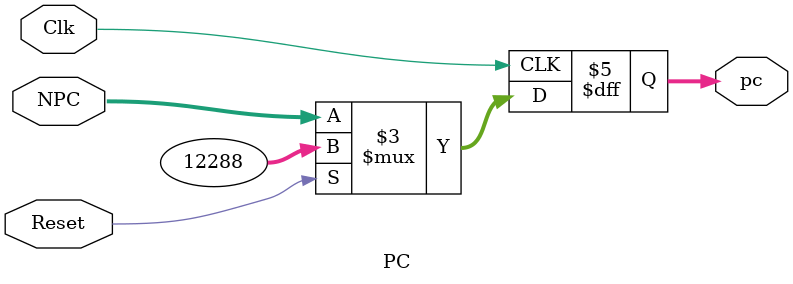
<source format=v>
`timescale 1ns / 1ps
module PC(
    input Clk,
	 input Reset,
	 input [31:0]NPC,
	 output [31:0]pc
	 );
	 reg [31:0]pc;
	 always @(posedge Clk) begin
		if (Reset) begin
			pc <= 32'h0000_3000;
		end
		else begin
			pc = NPC;
		end
	 end
endmodule 

</source>
